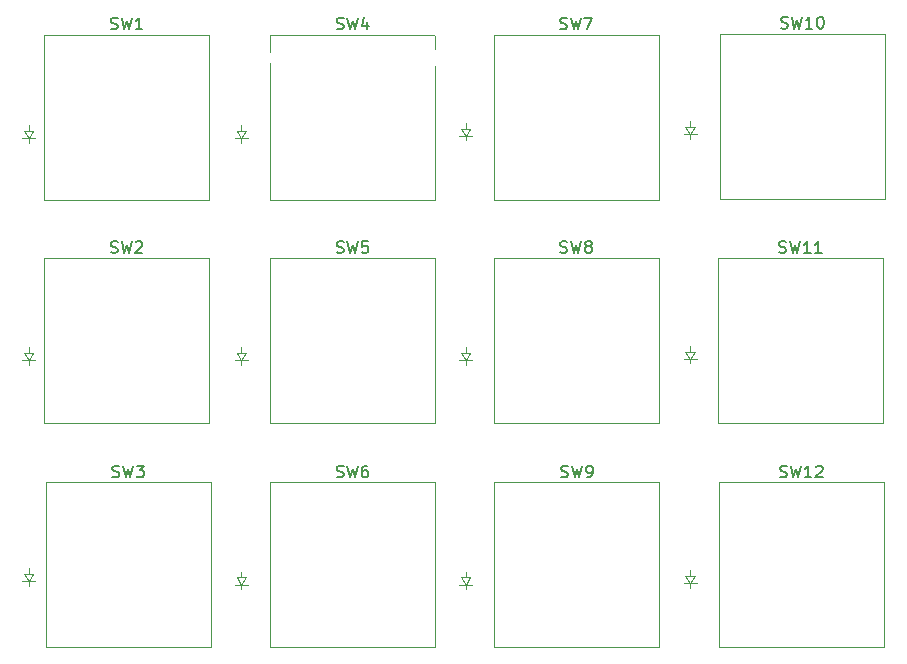
<source format=gbr>
%TF.GenerationSoftware,KiCad,Pcbnew,8.0.6*%
%TF.CreationDate,2024-10-24T04:55:56-04:00*%
%TF.ProjectId,pcb,7063622e-6b69-4636-9164-5f7063625858,rev?*%
%TF.SameCoordinates,Original*%
%TF.FileFunction,Legend,Top*%
%TF.FilePolarity,Positive*%
%FSLAX46Y46*%
G04 Gerber Fmt 4.6, Leading zero omitted, Abs format (unit mm)*
G04 Created by KiCad (PCBNEW 8.0.6) date 2024-10-24 04:55:56*
%MOMM*%
%LPD*%
G01*
G04 APERTURE LIST*
%ADD10C,0.150000*%
%ADD11C,0.100000*%
%ADD12C,0.120000*%
%ADD13R,1.600000X1.600000*%
%ADD14O,1.600000X1.600000*%
%ADD15C,1.700000*%
%ADD16C,4.000000*%
%ADD17C,2.200000*%
%ADD18R,1.700000X1.700000*%
%ADD19O,1.700000X1.700000*%
G04 APERTURE END LIST*
D10*
X161190476Y-53033200D02*
X161333333Y-53080819D01*
X161333333Y-53080819D02*
X161571428Y-53080819D01*
X161571428Y-53080819D02*
X161666666Y-53033200D01*
X161666666Y-53033200D02*
X161714285Y-52985580D01*
X161714285Y-52985580D02*
X161761904Y-52890342D01*
X161761904Y-52890342D02*
X161761904Y-52795104D01*
X161761904Y-52795104D02*
X161714285Y-52699866D01*
X161714285Y-52699866D02*
X161666666Y-52652247D01*
X161666666Y-52652247D02*
X161571428Y-52604628D01*
X161571428Y-52604628D02*
X161380952Y-52557009D01*
X161380952Y-52557009D02*
X161285714Y-52509390D01*
X161285714Y-52509390D02*
X161238095Y-52461771D01*
X161238095Y-52461771D02*
X161190476Y-52366533D01*
X161190476Y-52366533D02*
X161190476Y-52271295D01*
X161190476Y-52271295D02*
X161238095Y-52176057D01*
X161238095Y-52176057D02*
X161285714Y-52128438D01*
X161285714Y-52128438D02*
X161380952Y-52080819D01*
X161380952Y-52080819D02*
X161619047Y-52080819D01*
X161619047Y-52080819D02*
X161761904Y-52128438D01*
X162095238Y-52080819D02*
X162333333Y-53080819D01*
X162333333Y-53080819D02*
X162523809Y-52366533D01*
X162523809Y-52366533D02*
X162714285Y-53080819D01*
X162714285Y-53080819D02*
X162952381Y-52080819D01*
X163857142Y-53080819D02*
X163285714Y-53080819D01*
X163571428Y-53080819D02*
X163571428Y-52080819D01*
X163571428Y-52080819D02*
X163476190Y-52223676D01*
X163476190Y-52223676D02*
X163380952Y-52318914D01*
X163380952Y-52318914D02*
X163285714Y-52366533D01*
X164476190Y-52080819D02*
X164571428Y-52080819D01*
X164571428Y-52080819D02*
X164666666Y-52128438D01*
X164666666Y-52128438D02*
X164714285Y-52176057D01*
X164714285Y-52176057D02*
X164761904Y-52271295D01*
X164761904Y-52271295D02*
X164809523Y-52461771D01*
X164809523Y-52461771D02*
X164809523Y-52699866D01*
X164809523Y-52699866D02*
X164761904Y-52890342D01*
X164761904Y-52890342D02*
X164714285Y-52985580D01*
X164714285Y-52985580D02*
X164666666Y-53033200D01*
X164666666Y-53033200D02*
X164571428Y-53080819D01*
X164571428Y-53080819D02*
X164476190Y-53080819D01*
X164476190Y-53080819D02*
X164380952Y-53033200D01*
X164380952Y-53033200D02*
X164333333Y-52985580D01*
X164333333Y-52985580D02*
X164285714Y-52890342D01*
X164285714Y-52890342D02*
X164238095Y-52699866D01*
X164238095Y-52699866D02*
X164238095Y-52461771D01*
X164238095Y-52461771D02*
X164285714Y-52271295D01*
X164285714Y-52271295D02*
X164333333Y-52176057D01*
X164333333Y-52176057D02*
X164380952Y-52128438D01*
X164380952Y-52128438D02*
X164476190Y-52080819D01*
X142586667Y-91033200D02*
X142729524Y-91080819D01*
X142729524Y-91080819D02*
X142967619Y-91080819D01*
X142967619Y-91080819D02*
X143062857Y-91033200D01*
X143062857Y-91033200D02*
X143110476Y-90985580D01*
X143110476Y-90985580D02*
X143158095Y-90890342D01*
X143158095Y-90890342D02*
X143158095Y-90795104D01*
X143158095Y-90795104D02*
X143110476Y-90699866D01*
X143110476Y-90699866D02*
X143062857Y-90652247D01*
X143062857Y-90652247D02*
X142967619Y-90604628D01*
X142967619Y-90604628D02*
X142777143Y-90557009D01*
X142777143Y-90557009D02*
X142681905Y-90509390D01*
X142681905Y-90509390D02*
X142634286Y-90461771D01*
X142634286Y-90461771D02*
X142586667Y-90366533D01*
X142586667Y-90366533D02*
X142586667Y-90271295D01*
X142586667Y-90271295D02*
X142634286Y-90176057D01*
X142634286Y-90176057D02*
X142681905Y-90128438D01*
X142681905Y-90128438D02*
X142777143Y-90080819D01*
X142777143Y-90080819D02*
X143015238Y-90080819D01*
X143015238Y-90080819D02*
X143158095Y-90128438D01*
X143491429Y-90080819D02*
X143729524Y-91080819D01*
X143729524Y-91080819D02*
X143920000Y-90366533D01*
X143920000Y-90366533D02*
X144110476Y-91080819D01*
X144110476Y-91080819D02*
X144348572Y-90080819D01*
X144777143Y-91080819D02*
X144967619Y-91080819D01*
X144967619Y-91080819D02*
X145062857Y-91033200D01*
X145062857Y-91033200D02*
X145110476Y-90985580D01*
X145110476Y-90985580D02*
X145205714Y-90842723D01*
X145205714Y-90842723D02*
X145253333Y-90652247D01*
X145253333Y-90652247D02*
X145253333Y-90271295D01*
X145253333Y-90271295D02*
X145205714Y-90176057D01*
X145205714Y-90176057D02*
X145158095Y-90128438D01*
X145158095Y-90128438D02*
X145062857Y-90080819D01*
X145062857Y-90080819D02*
X144872381Y-90080819D01*
X144872381Y-90080819D02*
X144777143Y-90128438D01*
X144777143Y-90128438D02*
X144729524Y-90176057D01*
X144729524Y-90176057D02*
X144681905Y-90271295D01*
X144681905Y-90271295D02*
X144681905Y-90509390D01*
X144681905Y-90509390D02*
X144729524Y-90604628D01*
X144729524Y-90604628D02*
X144777143Y-90652247D01*
X144777143Y-90652247D02*
X144872381Y-90699866D01*
X144872381Y-90699866D02*
X145062857Y-90699866D01*
X145062857Y-90699866D02*
X145158095Y-90652247D01*
X145158095Y-90652247D02*
X145205714Y-90604628D01*
X145205714Y-90604628D02*
X145253333Y-90509390D01*
X104456667Y-72033200D02*
X104599524Y-72080819D01*
X104599524Y-72080819D02*
X104837619Y-72080819D01*
X104837619Y-72080819D02*
X104932857Y-72033200D01*
X104932857Y-72033200D02*
X104980476Y-71985580D01*
X104980476Y-71985580D02*
X105028095Y-71890342D01*
X105028095Y-71890342D02*
X105028095Y-71795104D01*
X105028095Y-71795104D02*
X104980476Y-71699866D01*
X104980476Y-71699866D02*
X104932857Y-71652247D01*
X104932857Y-71652247D02*
X104837619Y-71604628D01*
X104837619Y-71604628D02*
X104647143Y-71557009D01*
X104647143Y-71557009D02*
X104551905Y-71509390D01*
X104551905Y-71509390D02*
X104504286Y-71461771D01*
X104504286Y-71461771D02*
X104456667Y-71366533D01*
X104456667Y-71366533D02*
X104456667Y-71271295D01*
X104456667Y-71271295D02*
X104504286Y-71176057D01*
X104504286Y-71176057D02*
X104551905Y-71128438D01*
X104551905Y-71128438D02*
X104647143Y-71080819D01*
X104647143Y-71080819D02*
X104885238Y-71080819D01*
X104885238Y-71080819D02*
X105028095Y-71128438D01*
X105361429Y-71080819D02*
X105599524Y-72080819D01*
X105599524Y-72080819D02*
X105790000Y-71366533D01*
X105790000Y-71366533D02*
X105980476Y-72080819D01*
X105980476Y-72080819D02*
X106218572Y-71080819D01*
X106551905Y-71176057D02*
X106599524Y-71128438D01*
X106599524Y-71128438D02*
X106694762Y-71080819D01*
X106694762Y-71080819D02*
X106932857Y-71080819D01*
X106932857Y-71080819D02*
X107028095Y-71128438D01*
X107028095Y-71128438D02*
X107075714Y-71176057D01*
X107075714Y-71176057D02*
X107123333Y-71271295D01*
X107123333Y-71271295D02*
X107123333Y-71366533D01*
X107123333Y-71366533D02*
X107075714Y-71509390D01*
X107075714Y-71509390D02*
X106504286Y-72080819D01*
X106504286Y-72080819D02*
X107123333Y-72080819D01*
X123586667Y-53113200D02*
X123729524Y-53160819D01*
X123729524Y-53160819D02*
X123967619Y-53160819D01*
X123967619Y-53160819D02*
X124062857Y-53113200D01*
X124062857Y-53113200D02*
X124110476Y-53065580D01*
X124110476Y-53065580D02*
X124158095Y-52970342D01*
X124158095Y-52970342D02*
X124158095Y-52875104D01*
X124158095Y-52875104D02*
X124110476Y-52779866D01*
X124110476Y-52779866D02*
X124062857Y-52732247D01*
X124062857Y-52732247D02*
X123967619Y-52684628D01*
X123967619Y-52684628D02*
X123777143Y-52637009D01*
X123777143Y-52637009D02*
X123681905Y-52589390D01*
X123681905Y-52589390D02*
X123634286Y-52541771D01*
X123634286Y-52541771D02*
X123586667Y-52446533D01*
X123586667Y-52446533D02*
X123586667Y-52351295D01*
X123586667Y-52351295D02*
X123634286Y-52256057D01*
X123634286Y-52256057D02*
X123681905Y-52208438D01*
X123681905Y-52208438D02*
X123777143Y-52160819D01*
X123777143Y-52160819D02*
X124015238Y-52160819D01*
X124015238Y-52160819D02*
X124158095Y-52208438D01*
X124491429Y-52160819D02*
X124729524Y-53160819D01*
X124729524Y-53160819D02*
X124920000Y-52446533D01*
X124920000Y-52446533D02*
X125110476Y-53160819D01*
X125110476Y-53160819D02*
X125348572Y-52160819D01*
X126158095Y-52494152D02*
X126158095Y-53160819D01*
X125920000Y-52113200D02*
X125681905Y-52827485D01*
X125681905Y-52827485D02*
X126300952Y-52827485D01*
X104456667Y-53113200D02*
X104599524Y-53160819D01*
X104599524Y-53160819D02*
X104837619Y-53160819D01*
X104837619Y-53160819D02*
X104932857Y-53113200D01*
X104932857Y-53113200D02*
X104980476Y-53065580D01*
X104980476Y-53065580D02*
X105028095Y-52970342D01*
X105028095Y-52970342D02*
X105028095Y-52875104D01*
X105028095Y-52875104D02*
X104980476Y-52779866D01*
X104980476Y-52779866D02*
X104932857Y-52732247D01*
X104932857Y-52732247D02*
X104837619Y-52684628D01*
X104837619Y-52684628D02*
X104647143Y-52637009D01*
X104647143Y-52637009D02*
X104551905Y-52589390D01*
X104551905Y-52589390D02*
X104504286Y-52541771D01*
X104504286Y-52541771D02*
X104456667Y-52446533D01*
X104456667Y-52446533D02*
X104456667Y-52351295D01*
X104456667Y-52351295D02*
X104504286Y-52256057D01*
X104504286Y-52256057D02*
X104551905Y-52208438D01*
X104551905Y-52208438D02*
X104647143Y-52160819D01*
X104647143Y-52160819D02*
X104885238Y-52160819D01*
X104885238Y-52160819D02*
X105028095Y-52208438D01*
X105361429Y-52160819D02*
X105599524Y-53160819D01*
X105599524Y-53160819D02*
X105790000Y-52446533D01*
X105790000Y-52446533D02*
X105980476Y-53160819D01*
X105980476Y-53160819D02*
X106218572Y-52160819D01*
X107123333Y-53160819D02*
X106551905Y-53160819D01*
X106837619Y-53160819D02*
X106837619Y-52160819D01*
X106837619Y-52160819D02*
X106742381Y-52303676D01*
X106742381Y-52303676D02*
X106647143Y-52398914D01*
X106647143Y-52398914D02*
X106551905Y-52446533D01*
X104586667Y-91033200D02*
X104729524Y-91080819D01*
X104729524Y-91080819D02*
X104967619Y-91080819D01*
X104967619Y-91080819D02*
X105062857Y-91033200D01*
X105062857Y-91033200D02*
X105110476Y-90985580D01*
X105110476Y-90985580D02*
X105158095Y-90890342D01*
X105158095Y-90890342D02*
X105158095Y-90795104D01*
X105158095Y-90795104D02*
X105110476Y-90699866D01*
X105110476Y-90699866D02*
X105062857Y-90652247D01*
X105062857Y-90652247D02*
X104967619Y-90604628D01*
X104967619Y-90604628D02*
X104777143Y-90557009D01*
X104777143Y-90557009D02*
X104681905Y-90509390D01*
X104681905Y-90509390D02*
X104634286Y-90461771D01*
X104634286Y-90461771D02*
X104586667Y-90366533D01*
X104586667Y-90366533D02*
X104586667Y-90271295D01*
X104586667Y-90271295D02*
X104634286Y-90176057D01*
X104634286Y-90176057D02*
X104681905Y-90128438D01*
X104681905Y-90128438D02*
X104777143Y-90080819D01*
X104777143Y-90080819D02*
X105015238Y-90080819D01*
X105015238Y-90080819D02*
X105158095Y-90128438D01*
X105491429Y-90080819D02*
X105729524Y-91080819D01*
X105729524Y-91080819D02*
X105920000Y-90366533D01*
X105920000Y-90366533D02*
X106110476Y-91080819D01*
X106110476Y-91080819D02*
X106348572Y-90080819D01*
X106634286Y-90080819D02*
X107253333Y-90080819D01*
X107253333Y-90080819D02*
X106920000Y-90461771D01*
X106920000Y-90461771D02*
X107062857Y-90461771D01*
X107062857Y-90461771D02*
X107158095Y-90509390D01*
X107158095Y-90509390D02*
X107205714Y-90557009D01*
X107205714Y-90557009D02*
X107253333Y-90652247D01*
X107253333Y-90652247D02*
X107253333Y-90890342D01*
X107253333Y-90890342D02*
X107205714Y-90985580D01*
X107205714Y-90985580D02*
X107158095Y-91033200D01*
X107158095Y-91033200D02*
X107062857Y-91080819D01*
X107062857Y-91080819D02*
X106777143Y-91080819D01*
X106777143Y-91080819D02*
X106681905Y-91033200D01*
X106681905Y-91033200D02*
X106634286Y-90985580D01*
X123586667Y-72033200D02*
X123729524Y-72080819D01*
X123729524Y-72080819D02*
X123967619Y-72080819D01*
X123967619Y-72080819D02*
X124062857Y-72033200D01*
X124062857Y-72033200D02*
X124110476Y-71985580D01*
X124110476Y-71985580D02*
X124158095Y-71890342D01*
X124158095Y-71890342D02*
X124158095Y-71795104D01*
X124158095Y-71795104D02*
X124110476Y-71699866D01*
X124110476Y-71699866D02*
X124062857Y-71652247D01*
X124062857Y-71652247D02*
X123967619Y-71604628D01*
X123967619Y-71604628D02*
X123777143Y-71557009D01*
X123777143Y-71557009D02*
X123681905Y-71509390D01*
X123681905Y-71509390D02*
X123634286Y-71461771D01*
X123634286Y-71461771D02*
X123586667Y-71366533D01*
X123586667Y-71366533D02*
X123586667Y-71271295D01*
X123586667Y-71271295D02*
X123634286Y-71176057D01*
X123634286Y-71176057D02*
X123681905Y-71128438D01*
X123681905Y-71128438D02*
X123777143Y-71080819D01*
X123777143Y-71080819D02*
X124015238Y-71080819D01*
X124015238Y-71080819D02*
X124158095Y-71128438D01*
X124491429Y-71080819D02*
X124729524Y-72080819D01*
X124729524Y-72080819D02*
X124920000Y-71366533D01*
X124920000Y-71366533D02*
X125110476Y-72080819D01*
X125110476Y-72080819D02*
X125348572Y-71080819D01*
X126205714Y-71080819D02*
X125729524Y-71080819D01*
X125729524Y-71080819D02*
X125681905Y-71557009D01*
X125681905Y-71557009D02*
X125729524Y-71509390D01*
X125729524Y-71509390D02*
X125824762Y-71461771D01*
X125824762Y-71461771D02*
X126062857Y-71461771D01*
X126062857Y-71461771D02*
X126158095Y-71509390D01*
X126158095Y-71509390D02*
X126205714Y-71557009D01*
X126205714Y-71557009D02*
X126253333Y-71652247D01*
X126253333Y-71652247D02*
X126253333Y-71890342D01*
X126253333Y-71890342D02*
X126205714Y-71985580D01*
X126205714Y-71985580D02*
X126158095Y-72033200D01*
X126158095Y-72033200D02*
X126062857Y-72080819D01*
X126062857Y-72080819D02*
X125824762Y-72080819D01*
X125824762Y-72080819D02*
X125729524Y-72033200D01*
X125729524Y-72033200D02*
X125681905Y-71985580D01*
X123586667Y-91033200D02*
X123729524Y-91080819D01*
X123729524Y-91080819D02*
X123967619Y-91080819D01*
X123967619Y-91080819D02*
X124062857Y-91033200D01*
X124062857Y-91033200D02*
X124110476Y-90985580D01*
X124110476Y-90985580D02*
X124158095Y-90890342D01*
X124158095Y-90890342D02*
X124158095Y-90795104D01*
X124158095Y-90795104D02*
X124110476Y-90699866D01*
X124110476Y-90699866D02*
X124062857Y-90652247D01*
X124062857Y-90652247D02*
X123967619Y-90604628D01*
X123967619Y-90604628D02*
X123777143Y-90557009D01*
X123777143Y-90557009D02*
X123681905Y-90509390D01*
X123681905Y-90509390D02*
X123634286Y-90461771D01*
X123634286Y-90461771D02*
X123586667Y-90366533D01*
X123586667Y-90366533D02*
X123586667Y-90271295D01*
X123586667Y-90271295D02*
X123634286Y-90176057D01*
X123634286Y-90176057D02*
X123681905Y-90128438D01*
X123681905Y-90128438D02*
X123777143Y-90080819D01*
X123777143Y-90080819D02*
X124015238Y-90080819D01*
X124015238Y-90080819D02*
X124158095Y-90128438D01*
X124491429Y-90080819D02*
X124729524Y-91080819D01*
X124729524Y-91080819D02*
X124920000Y-90366533D01*
X124920000Y-90366533D02*
X125110476Y-91080819D01*
X125110476Y-91080819D02*
X125348572Y-90080819D01*
X126158095Y-90080819D02*
X125967619Y-90080819D01*
X125967619Y-90080819D02*
X125872381Y-90128438D01*
X125872381Y-90128438D02*
X125824762Y-90176057D01*
X125824762Y-90176057D02*
X125729524Y-90318914D01*
X125729524Y-90318914D02*
X125681905Y-90509390D01*
X125681905Y-90509390D02*
X125681905Y-90890342D01*
X125681905Y-90890342D02*
X125729524Y-90985580D01*
X125729524Y-90985580D02*
X125777143Y-91033200D01*
X125777143Y-91033200D02*
X125872381Y-91080819D01*
X125872381Y-91080819D02*
X126062857Y-91080819D01*
X126062857Y-91080819D02*
X126158095Y-91033200D01*
X126158095Y-91033200D02*
X126205714Y-90985580D01*
X126205714Y-90985580D02*
X126253333Y-90890342D01*
X126253333Y-90890342D02*
X126253333Y-90652247D01*
X126253333Y-90652247D02*
X126205714Y-90557009D01*
X126205714Y-90557009D02*
X126158095Y-90509390D01*
X126158095Y-90509390D02*
X126062857Y-90461771D01*
X126062857Y-90461771D02*
X125872381Y-90461771D01*
X125872381Y-90461771D02*
X125777143Y-90509390D01*
X125777143Y-90509390D02*
X125729524Y-90557009D01*
X125729524Y-90557009D02*
X125681905Y-90652247D01*
X142506667Y-72033200D02*
X142649524Y-72080819D01*
X142649524Y-72080819D02*
X142887619Y-72080819D01*
X142887619Y-72080819D02*
X142982857Y-72033200D01*
X142982857Y-72033200D02*
X143030476Y-71985580D01*
X143030476Y-71985580D02*
X143078095Y-71890342D01*
X143078095Y-71890342D02*
X143078095Y-71795104D01*
X143078095Y-71795104D02*
X143030476Y-71699866D01*
X143030476Y-71699866D02*
X142982857Y-71652247D01*
X142982857Y-71652247D02*
X142887619Y-71604628D01*
X142887619Y-71604628D02*
X142697143Y-71557009D01*
X142697143Y-71557009D02*
X142601905Y-71509390D01*
X142601905Y-71509390D02*
X142554286Y-71461771D01*
X142554286Y-71461771D02*
X142506667Y-71366533D01*
X142506667Y-71366533D02*
X142506667Y-71271295D01*
X142506667Y-71271295D02*
X142554286Y-71176057D01*
X142554286Y-71176057D02*
X142601905Y-71128438D01*
X142601905Y-71128438D02*
X142697143Y-71080819D01*
X142697143Y-71080819D02*
X142935238Y-71080819D01*
X142935238Y-71080819D02*
X143078095Y-71128438D01*
X143411429Y-71080819D02*
X143649524Y-72080819D01*
X143649524Y-72080819D02*
X143840000Y-71366533D01*
X143840000Y-71366533D02*
X144030476Y-72080819D01*
X144030476Y-72080819D02*
X144268572Y-71080819D01*
X144792381Y-71509390D02*
X144697143Y-71461771D01*
X144697143Y-71461771D02*
X144649524Y-71414152D01*
X144649524Y-71414152D02*
X144601905Y-71318914D01*
X144601905Y-71318914D02*
X144601905Y-71271295D01*
X144601905Y-71271295D02*
X144649524Y-71176057D01*
X144649524Y-71176057D02*
X144697143Y-71128438D01*
X144697143Y-71128438D02*
X144792381Y-71080819D01*
X144792381Y-71080819D02*
X144982857Y-71080819D01*
X144982857Y-71080819D02*
X145078095Y-71128438D01*
X145078095Y-71128438D02*
X145125714Y-71176057D01*
X145125714Y-71176057D02*
X145173333Y-71271295D01*
X145173333Y-71271295D02*
X145173333Y-71318914D01*
X145173333Y-71318914D02*
X145125714Y-71414152D01*
X145125714Y-71414152D02*
X145078095Y-71461771D01*
X145078095Y-71461771D02*
X144982857Y-71509390D01*
X144982857Y-71509390D02*
X144792381Y-71509390D01*
X144792381Y-71509390D02*
X144697143Y-71557009D01*
X144697143Y-71557009D02*
X144649524Y-71604628D01*
X144649524Y-71604628D02*
X144601905Y-71699866D01*
X144601905Y-71699866D02*
X144601905Y-71890342D01*
X144601905Y-71890342D02*
X144649524Y-71985580D01*
X144649524Y-71985580D02*
X144697143Y-72033200D01*
X144697143Y-72033200D02*
X144792381Y-72080819D01*
X144792381Y-72080819D02*
X144982857Y-72080819D01*
X144982857Y-72080819D02*
X145078095Y-72033200D01*
X145078095Y-72033200D02*
X145125714Y-71985580D01*
X145125714Y-71985580D02*
X145173333Y-71890342D01*
X145173333Y-71890342D02*
X145173333Y-71699866D01*
X145173333Y-71699866D02*
X145125714Y-71604628D01*
X145125714Y-71604628D02*
X145078095Y-71557009D01*
X145078095Y-71557009D02*
X144982857Y-71509390D01*
X142506667Y-53113200D02*
X142649524Y-53160819D01*
X142649524Y-53160819D02*
X142887619Y-53160819D01*
X142887619Y-53160819D02*
X142982857Y-53113200D01*
X142982857Y-53113200D02*
X143030476Y-53065580D01*
X143030476Y-53065580D02*
X143078095Y-52970342D01*
X143078095Y-52970342D02*
X143078095Y-52875104D01*
X143078095Y-52875104D02*
X143030476Y-52779866D01*
X143030476Y-52779866D02*
X142982857Y-52732247D01*
X142982857Y-52732247D02*
X142887619Y-52684628D01*
X142887619Y-52684628D02*
X142697143Y-52637009D01*
X142697143Y-52637009D02*
X142601905Y-52589390D01*
X142601905Y-52589390D02*
X142554286Y-52541771D01*
X142554286Y-52541771D02*
X142506667Y-52446533D01*
X142506667Y-52446533D02*
X142506667Y-52351295D01*
X142506667Y-52351295D02*
X142554286Y-52256057D01*
X142554286Y-52256057D02*
X142601905Y-52208438D01*
X142601905Y-52208438D02*
X142697143Y-52160819D01*
X142697143Y-52160819D02*
X142935238Y-52160819D01*
X142935238Y-52160819D02*
X143078095Y-52208438D01*
X143411429Y-52160819D02*
X143649524Y-53160819D01*
X143649524Y-53160819D02*
X143840000Y-52446533D01*
X143840000Y-52446533D02*
X144030476Y-53160819D01*
X144030476Y-53160819D02*
X144268572Y-52160819D01*
X144554286Y-52160819D02*
X145220952Y-52160819D01*
X145220952Y-52160819D02*
X144792381Y-53160819D01*
X161110476Y-91033200D02*
X161253333Y-91080819D01*
X161253333Y-91080819D02*
X161491428Y-91080819D01*
X161491428Y-91080819D02*
X161586666Y-91033200D01*
X161586666Y-91033200D02*
X161634285Y-90985580D01*
X161634285Y-90985580D02*
X161681904Y-90890342D01*
X161681904Y-90890342D02*
X161681904Y-90795104D01*
X161681904Y-90795104D02*
X161634285Y-90699866D01*
X161634285Y-90699866D02*
X161586666Y-90652247D01*
X161586666Y-90652247D02*
X161491428Y-90604628D01*
X161491428Y-90604628D02*
X161300952Y-90557009D01*
X161300952Y-90557009D02*
X161205714Y-90509390D01*
X161205714Y-90509390D02*
X161158095Y-90461771D01*
X161158095Y-90461771D02*
X161110476Y-90366533D01*
X161110476Y-90366533D02*
X161110476Y-90271295D01*
X161110476Y-90271295D02*
X161158095Y-90176057D01*
X161158095Y-90176057D02*
X161205714Y-90128438D01*
X161205714Y-90128438D02*
X161300952Y-90080819D01*
X161300952Y-90080819D02*
X161539047Y-90080819D01*
X161539047Y-90080819D02*
X161681904Y-90128438D01*
X162015238Y-90080819D02*
X162253333Y-91080819D01*
X162253333Y-91080819D02*
X162443809Y-90366533D01*
X162443809Y-90366533D02*
X162634285Y-91080819D01*
X162634285Y-91080819D02*
X162872381Y-90080819D01*
X163777142Y-91080819D02*
X163205714Y-91080819D01*
X163491428Y-91080819D02*
X163491428Y-90080819D01*
X163491428Y-90080819D02*
X163396190Y-90223676D01*
X163396190Y-90223676D02*
X163300952Y-90318914D01*
X163300952Y-90318914D02*
X163205714Y-90366533D01*
X164158095Y-90176057D02*
X164205714Y-90128438D01*
X164205714Y-90128438D02*
X164300952Y-90080819D01*
X164300952Y-90080819D02*
X164539047Y-90080819D01*
X164539047Y-90080819D02*
X164634285Y-90128438D01*
X164634285Y-90128438D02*
X164681904Y-90176057D01*
X164681904Y-90176057D02*
X164729523Y-90271295D01*
X164729523Y-90271295D02*
X164729523Y-90366533D01*
X164729523Y-90366533D02*
X164681904Y-90509390D01*
X164681904Y-90509390D02*
X164110476Y-91080819D01*
X164110476Y-91080819D02*
X164729523Y-91080819D01*
X161030476Y-72033200D02*
X161173333Y-72080819D01*
X161173333Y-72080819D02*
X161411428Y-72080819D01*
X161411428Y-72080819D02*
X161506666Y-72033200D01*
X161506666Y-72033200D02*
X161554285Y-71985580D01*
X161554285Y-71985580D02*
X161601904Y-71890342D01*
X161601904Y-71890342D02*
X161601904Y-71795104D01*
X161601904Y-71795104D02*
X161554285Y-71699866D01*
X161554285Y-71699866D02*
X161506666Y-71652247D01*
X161506666Y-71652247D02*
X161411428Y-71604628D01*
X161411428Y-71604628D02*
X161220952Y-71557009D01*
X161220952Y-71557009D02*
X161125714Y-71509390D01*
X161125714Y-71509390D02*
X161078095Y-71461771D01*
X161078095Y-71461771D02*
X161030476Y-71366533D01*
X161030476Y-71366533D02*
X161030476Y-71271295D01*
X161030476Y-71271295D02*
X161078095Y-71176057D01*
X161078095Y-71176057D02*
X161125714Y-71128438D01*
X161125714Y-71128438D02*
X161220952Y-71080819D01*
X161220952Y-71080819D02*
X161459047Y-71080819D01*
X161459047Y-71080819D02*
X161601904Y-71128438D01*
X161935238Y-71080819D02*
X162173333Y-72080819D01*
X162173333Y-72080819D02*
X162363809Y-71366533D01*
X162363809Y-71366533D02*
X162554285Y-72080819D01*
X162554285Y-72080819D02*
X162792381Y-71080819D01*
X163697142Y-72080819D02*
X163125714Y-72080819D01*
X163411428Y-72080819D02*
X163411428Y-71080819D01*
X163411428Y-71080819D02*
X163316190Y-71223676D01*
X163316190Y-71223676D02*
X163220952Y-71318914D01*
X163220952Y-71318914D02*
X163125714Y-71366533D01*
X164649523Y-72080819D02*
X164078095Y-72080819D01*
X164363809Y-72080819D02*
X164363809Y-71080819D01*
X164363809Y-71080819D02*
X164268571Y-71223676D01*
X164268571Y-71223676D02*
X164173333Y-71318914D01*
X164173333Y-71318914D02*
X164078095Y-71366533D01*
D11*
%TO.C,D12*%
X152950000Y-100040000D02*
X154050000Y-100040000D01*
X153100000Y-99440000D02*
X153900000Y-99440000D01*
X153500000Y-99440000D02*
X153500000Y-98940000D01*
X153500000Y-100040000D02*
X153100000Y-99440000D01*
X153500000Y-100440000D02*
X153500000Y-100040000D01*
X153900000Y-99440000D02*
X153500000Y-100040000D01*
%TO.C,D10*%
X152950000Y-62040000D02*
X154050000Y-62040000D01*
X153100000Y-61440000D02*
X153900000Y-61440000D01*
X153500000Y-61440000D02*
X153500000Y-60940000D01*
X153500000Y-62040000D02*
X153100000Y-61440000D01*
X153500000Y-62440000D02*
X153500000Y-62040000D01*
X153900000Y-61440000D02*
X153500000Y-62040000D01*
D12*
%TO.C,SW10*%
X156015000Y-53515000D02*
X169985000Y-53515000D01*
X156015000Y-67485000D02*
X156015000Y-53515000D01*
X169985000Y-53515000D02*
X169985000Y-67485000D01*
X169985000Y-67485000D02*
X156015000Y-67485000D01*
D11*
%TO.C,D8*%
X133950000Y-81160000D02*
X135050000Y-81160000D01*
X134100000Y-80560000D02*
X134900000Y-80560000D01*
X134500000Y-80560000D02*
X134500000Y-80060000D01*
X134500000Y-81160000D02*
X134100000Y-80560000D01*
X134500000Y-81560000D02*
X134500000Y-81160000D01*
X134900000Y-80560000D02*
X134500000Y-81160000D01*
D12*
%TO.C,SW9*%
X136935000Y-91515000D02*
X150905000Y-91515000D01*
X136935000Y-105485000D02*
X136935000Y-91515000D01*
X150905000Y-91515000D02*
X150905000Y-105485000D01*
X150905000Y-105485000D02*
X136935000Y-105485000D01*
D11*
%TO.C,D9*%
X133950000Y-100160000D02*
X135050000Y-100160000D01*
X134100000Y-99560000D02*
X134900000Y-99560000D01*
X134500000Y-99560000D02*
X134500000Y-99060000D01*
X134500000Y-100160000D02*
X134100000Y-99560000D01*
X134500000Y-100560000D02*
X134500000Y-100160000D01*
X134900000Y-99560000D02*
X134500000Y-100160000D01*
D12*
%TO.C,SW2*%
X98805000Y-72515000D02*
X112775000Y-72515000D01*
X98805000Y-86485000D02*
X98805000Y-72515000D01*
X112775000Y-72515000D02*
X112775000Y-86485000D01*
X112775000Y-86485000D02*
X98805000Y-86485000D01*
%TO.C,SW4*%
X117935000Y-53595000D02*
X131905000Y-53595000D01*
X117935000Y-67565000D02*
X117935000Y-53595000D01*
X131905000Y-53595000D02*
X131905000Y-67565000D01*
X131905000Y-67565000D02*
X117935000Y-67565000D01*
%TO.C,SW1*%
X98805000Y-53595000D02*
X112775000Y-53595000D01*
X98805000Y-67565000D02*
X98805000Y-53595000D01*
X112775000Y-53595000D02*
X112775000Y-67565000D01*
X112775000Y-67565000D02*
X98805000Y-67565000D01*
D11*
%TO.C,D4*%
X114950000Y-62350000D02*
X116050000Y-62350000D01*
X115100000Y-61750000D02*
X115900000Y-61750000D01*
X115500000Y-61750000D02*
X115500000Y-61250000D01*
X115500000Y-62350000D02*
X115100000Y-61750000D01*
X115500000Y-62750000D02*
X115500000Y-62350000D01*
X115900000Y-61750000D02*
X115500000Y-62350000D01*
%TO.C,D5*%
X114950000Y-81160000D02*
X116050000Y-81160000D01*
X115100000Y-80560000D02*
X115900000Y-80560000D01*
X115500000Y-80560000D02*
X115500000Y-80060000D01*
X115500000Y-81160000D02*
X115100000Y-80560000D01*
X115500000Y-81560000D02*
X115500000Y-81160000D01*
X115900000Y-80560000D02*
X115500000Y-81160000D01*
%TO.C,D11*%
X152950000Y-81040000D02*
X154050000Y-81040000D01*
X153100000Y-80440000D02*
X153900000Y-80440000D01*
X153500000Y-80440000D02*
X153500000Y-79940000D01*
X153500000Y-81040000D02*
X153100000Y-80440000D01*
X153500000Y-81440000D02*
X153500000Y-81040000D01*
X153900000Y-80440000D02*
X153500000Y-81040000D01*
D12*
%TO.C,SW3*%
X98935000Y-91515000D02*
X112905000Y-91515000D01*
X98935000Y-105485000D02*
X98935000Y-91515000D01*
X112905000Y-91515000D02*
X112905000Y-105485000D01*
X112905000Y-105485000D02*
X98935000Y-105485000D01*
%TO.C,SW5*%
X117935000Y-72515000D02*
X131905000Y-72515000D01*
X117935000Y-86485000D02*
X117935000Y-72515000D01*
X131905000Y-72515000D02*
X131905000Y-86485000D01*
X131905000Y-86485000D02*
X117935000Y-86485000D01*
D11*
%TO.C,D6*%
X114950000Y-100160000D02*
X116050000Y-100160000D01*
X115100000Y-99560000D02*
X115900000Y-99560000D01*
X115500000Y-99560000D02*
X115500000Y-99060000D01*
X115500000Y-100160000D02*
X115100000Y-99560000D01*
X115500000Y-100560000D02*
X115500000Y-100160000D01*
X115900000Y-99560000D02*
X115500000Y-100160000D01*
%TO.C,D7*%
X133950000Y-62160000D02*
X135050000Y-62160000D01*
X134100000Y-61560000D02*
X134900000Y-61560000D01*
X134500000Y-61560000D02*
X134500000Y-61060000D01*
X134500000Y-62160000D02*
X134100000Y-61560000D01*
X134500000Y-62560000D02*
X134500000Y-62160000D01*
X134900000Y-61560000D02*
X134500000Y-62160000D01*
D12*
%TO.C,SW6*%
X117935000Y-91515000D02*
X131905000Y-91515000D01*
X117935000Y-105485000D02*
X117935000Y-91515000D01*
X131905000Y-91515000D02*
X131905000Y-105485000D01*
X131905000Y-105485000D02*
X117935000Y-105485000D01*
%TO.C,SW8*%
X136855000Y-72515000D02*
X150825000Y-72515000D01*
X136855000Y-86485000D02*
X136855000Y-72515000D01*
X150825000Y-72515000D02*
X150825000Y-86485000D01*
X150825000Y-86485000D02*
X136855000Y-86485000D01*
%TO.C,SW7*%
X136855000Y-53595000D02*
X150825000Y-53595000D01*
X136855000Y-67565000D02*
X136855000Y-53595000D01*
X150825000Y-53595000D02*
X150825000Y-67565000D01*
X150825000Y-67565000D02*
X136855000Y-67565000D01*
D11*
%TO.C,D1*%
X96950000Y-62350000D02*
X98050000Y-62350000D01*
X97100000Y-61750000D02*
X97900000Y-61750000D01*
X97500000Y-61750000D02*
X97500000Y-61250000D01*
X97500000Y-62350000D02*
X97100000Y-61750000D01*
X97500000Y-62750000D02*
X97500000Y-62350000D01*
X97900000Y-61750000D02*
X97500000Y-62350000D01*
%TO.C,D2*%
X96950000Y-81160000D02*
X98050000Y-81160000D01*
X97100000Y-80560000D02*
X97900000Y-80560000D01*
X97500000Y-80560000D02*
X97500000Y-80060000D01*
X97500000Y-81160000D02*
X97100000Y-80560000D01*
X97500000Y-81560000D02*
X97500000Y-81160000D01*
X97900000Y-80560000D02*
X97500000Y-81160000D01*
%TO.C,D3*%
X96950000Y-99850000D02*
X98050000Y-99850000D01*
X97100000Y-99250000D02*
X97900000Y-99250000D01*
X97500000Y-99250000D02*
X97500000Y-98750000D01*
X97500000Y-99850000D02*
X97100000Y-99250000D01*
X97500000Y-100250000D02*
X97500000Y-99850000D01*
X97900000Y-99250000D02*
X97500000Y-99850000D01*
D12*
%TO.C,SW12*%
X155935000Y-91515000D02*
X169905000Y-91515000D01*
X155935000Y-105485000D02*
X155935000Y-91515000D01*
X169905000Y-91515000D02*
X169905000Y-105485000D01*
X169905000Y-105485000D02*
X155935000Y-105485000D01*
%TO.C,SW11*%
X155855000Y-72515000D02*
X169825000Y-72515000D01*
X155855000Y-86485000D02*
X155855000Y-72515000D01*
X169825000Y-72515000D02*
X169825000Y-86485000D01*
X169825000Y-86485000D02*
X155855000Y-86485000D01*
%TD*%
%LPC*%
D13*
%TO.C,D12*%
X153500000Y-103500000D03*
D14*
X153500000Y-95880000D03*
%TD*%
D13*
%TO.C,D10*%
X153500000Y-65500000D03*
D14*
X153500000Y-57880000D03*
%TD*%
D15*
%TO.C,SW10*%
X157920000Y-60500000D03*
D16*
X163000000Y-60500000D03*
D15*
X168080000Y-60500000D03*
D17*
X165540000Y-55420000D03*
X159190000Y-57960000D03*
%TD*%
D13*
%TO.C,D8*%
X134500000Y-84620000D03*
D14*
X134500000Y-77000000D03*
%TD*%
D15*
%TO.C,SW9*%
X138840000Y-98500000D03*
D16*
X143920000Y-98500000D03*
D15*
X149000000Y-98500000D03*
D17*
X146460000Y-93420000D03*
X140110000Y-95960000D03*
%TD*%
D13*
%TO.C,D9*%
X134500000Y-103620000D03*
D14*
X134500000Y-96000000D03*
%TD*%
D15*
%TO.C,SW2*%
X100710000Y-79500000D03*
D16*
X105790000Y-79500000D03*
D15*
X110870000Y-79500000D03*
D17*
X108330000Y-74420000D03*
X101980000Y-76960000D03*
%TD*%
D15*
%TO.C,SW4*%
X119840000Y-60580000D03*
D16*
X124920000Y-60580000D03*
D15*
X130000000Y-60580000D03*
D17*
X127460000Y-55500000D03*
X121110000Y-58040000D03*
%TD*%
D15*
%TO.C,SW1*%
X100710000Y-60580000D03*
D16*
X105790000Y-60580000D03*
D15*
X110870000Y-60580000D03*
D17*
X108330000Y-55500000D03*
X101980000Y-58040000D03*
%TD*%
D13*
%TO.C,D4*%
X115500000Y-65810000D03*
D14*
X115500000Y-58190000D03*
%TD*%
D13*
%TO.C,D5*%
X115500000Y-84620000D03*
D14*
X115500000Y-77000000D03*
%TD*%
D13*
%TO.C,D11*%
X153500000Y-84500000D03*
D14*
X153500000Y-76880000D03*
%TD*%
D15*
%TO.C,SW3*%
X100840000Y-98500000D03*
D16*
X105920000Y-98500000D03*
D15*
X111000000Y-98500000D03*
D17*
X108460000Y-93420000D03*
X102110000Y-95960000D03*
%TD*%
D18*
%TO.C,J1*%
X126100000Y-48800000D03*
D19*
X126100000Y-46260000D03*
X126100000Y-43720000D03*
X126100000Y-41180000D03*
%TD*%
D15*
%TO.C,SW5*%
X119840000Y-79500000D03*
D16*
X124920000Y-79500000D03*
D15*
X130000000Y-79500000D03*
D17*
X127460000Y-74420000D03*
X121110000Y-76960000D03*
%TD*%
D13*
%TO.C,D6*%
X115500000Y-103620000D03*
D14*
X115500000Y-96000000D03*
%TD*%
D13*
%TO.C,D7*%
X134500000Y-65620000D03*
D14*
X134500000Y-58000000D03*
%TD*%
D15*
%TO.C,SW6*%
X119840000Y-98500000D03*
D16*
X124920000Y-98500000D03*
D15*
X130000000Y-98500000D03*
D17*
X127460000Y-93420000D03*
X121110000Y-95960000D03*
%TD*%
D15*
%TO.C,SW8*%
X138760000Y-79500000D03*
D16*
X143840000Y-79500000D03*
D15*
X148920000Y-79500000D03*
D17*
X146380000Y-74420000D03*
X140030000Y-76960000D03*
%TD*%
D15*
%TO.C,SW7*%
X138760000Y-60580000D03*
D16*
X143840000Y-60580000D03*
D15*
X148920000Y-60580000D03*
D17*
X146380000Y-55500000D03*
X140030000Y-58040000D03*
%TD*%
D13*
%TO.C,D1*%
X97500000Y-65810000D03*
D14*
X97500000Y-58190000D03*
%TD*%
D13*
%TO.C,D2*%
X97500000Y-84620000D03*
D14*
X97500000Y-77000000D03*
%TD*%
D13*
%TO.C,D3*%
X97500000Y-103310000D03*
D14*
X97500000Y-95690000D03*
%TD*%
D15*
%TO.C,SW12*%
X157840000Y-98500000D03*
D16*
X162920000Y-98500000D03*
D15*
X168000000Y-98500000D03*
D17*
X165460000Y-93420000D03*
X159110000Y-95960000D03*
%TD*%
D15*
%TO.C,SW11*%
X157760000Y-79500000D03*
D16*
X162840000Y-79500000D03*
D15*
X167920000Y-79500000D03*
D17*
X165380000Y-74420000D03*
X159030000Y-76960000D03*
%TD*%
D18*
%TO.C,U1*%
X132500000Y-40300000D03*
D15*
X132500000Y-42840000D03*
X132500000Y-45380000D03*
X132500000Y-47920000D03*
X132500000Y-50460000D03*
X132500000Y-53000000D03*
X132500000Y-55540000D03*
X117250000Y-55540000D03*
X117250000Y-53000000D03*
X117250000Y-50460000D03*
X117250000Y-47920000D03*
X117250000Y-45380000D03*
X117250000Y-42840000D03*
X117250000Y-40300000D03*
%TD*%
%LPD*%
M02*

</source>
